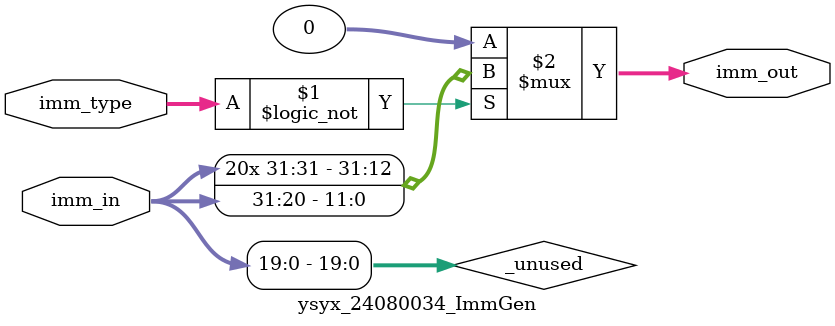
<source format=v>
module ysyx_24080034_ImmGen(
	input  wire [31:0] imm_in,   // 32-bit instruction
    input  wire [ 2:0] imm_type, // Immediate type selector
	output wire [31:0] imm_out   // 32-bit sign-extended immediate output
);
	
	assign imm_out = (imm_type == 3'd0) ? {{20{imm_in[31]}}, imm_in[31:20]} // Type_I immediate
                     : 32'b0; // Default case: return 0

	// Disable unused signal warning for this wire
	// verilator lint_off UNUSED
    wire [19:0] _unused = imm_in[19:0];
	// verilator lint_on UNUSED

endmodule

</source>
